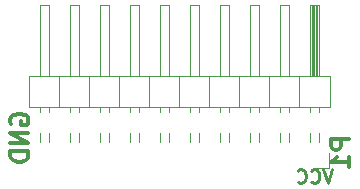
<source format=gbr>
G04 #@! TF.FileFunction,Legend,Bot*
%FSLAX46Y46*%
G04 Gerber Fmt 4.6, Leading zero omitted, Abs format (unit mm)*
G04 Created by KiCad (PCBNEW (after 2015-mar-04 BZR unknown)-product) date 5/3/2017 11:29:08 AM*
%MOMM*%
G01*
G04 APERTURE LIST*
%ADD10C,0.150000*%
%ADD11C,0.285750*%
%ADD12C,0.304800*%
%ADD13C,0.120000*%
G04 APERTURE END LIST*
D10*
D11*
X56642000Y-17408071D02*
X56261000Y-18551071D01*
X55880000Y-17408071D01*
X54845857Y-18442214D02*
X54900286Y-18496643D01*
X55063572Y-18551071D01*
X55172429Y-18551071D01*
X55335714Y-18496643D01*
X55444572Y-18387786D01*
X55499000Y-18278929D01*
X55553429Y-18061214D01*
X55553429Y-17897929D01*
X55499000Y-17680214D01*
X55444572Y-17571357D01*
X55335714Y-17462500D01*
X55172429Y-17408071D01*
X55063572Y-17408071D01*
X54900286Y-17462500D01*
X54845857Y-17516929D01*
X53702857Y-18442214D02*
X53757286Y-18496643D01*
X53920572Y-18551071D01*
X54029429Y-18551071D01*
X54192714Y-18496643D01*
X54301572Y-18387786D01*
X54356000Y-18278929D01*
X54410429Y-18061214D01*
X54410429Y-17897929D01*
X54356000Y-17680214D01*
X54301572Y-17571357D01*
X54192714Y-17462500D01*
X54029429Y-17408071D01*
X53920572Y-17408071D01*
X53757286Y-17462500D01*
X53702857Y-17516929D01*
D12*
X29464000Y-13570858D02*
X29391429Y-13425715D01*
X29391429Y-13208001D01*
X29464000Y-12990286D01*
X29609143Y-12845144D01*
X29754286Y-12772572D01*
X30044571Y-12700001D01*
X30262286Y-12700001D01*
X30552571Y-12772572D01*
X30697714Y-12845144D01*
X30842857Y-12990286D01*
X30915429Y-13208001D01*
X30915429Y-13353144D01*
X30842857Y-13570858D01*
X30770286Y-13643429D01*
X30262286Y-13643429D01*
X30262286Y-13353144D01*
X30915429Y-14296572D02*
X29391429Y-14296572D01*
X30915429Y-15167429D01*
X29391429Y-15167429D01*
X30915429Y-15893143D02*
X29391429Y-15893143D01*
X29391429Y-16256000D01*
X29464000Y-16473715D01*
X29609143Y-16618857D01*
X29754286Y-16691429D01*
X30044571Y-16764000D01*
X30262286Y-16764000D01*
X30552571Y-16691429D01*
X30697714Y-16618857D01*
X30842857Y-16473715D01*
X30915429Y-16256000D01*
X30915429Y-15893143D01*
D13*
X56448000Y-12122000D02*
X53848000Y-12122000D01*
X53848000Y-12122000D02*
X53848000Y-9502000D01*
X53848000Y-9502000D02*
X56448000Y-9502000D01*
X56448000Y-9502000D02*
X56448000Y-12122000D01*
X55498000Y-9502000D02*
X54738000Y-9502000D01*
X54738000Y-9502000D02*
X54738000Y-3502000D01*
X54738000Y-3502000D02*
X55498000Y-3502000D01*
X55498000Y-3502000D02*
X55498000Y-9502000D01*
X55498000Y-12552000D02*
X55498000Y-12122000D01*
X54738000Y-12552000D02*
X54738000Y-12122000D01*
X55498000Y-15092000D02*
X55498000Y-14372000D01*
X54738000Y-15092000D02*
X54738000Y-14372000D01*
X55378000Y-9502000D02*
X55378000Y-3502000D01*
X55258000Y-9502000D02*
X55258000Y-3502000D01*
X55138000Y-9502000D02*
X55138000Y-3502000D01*
X55018000Y-9502000D02*
X55018000Y-3502000D01*
X54898000Y-9502000D02*
X54898000Y-3502000D01*
X54778000Y-9502000D02*
X54778000Y-3502000D01*
X53848000Y-12122000D02*
X51308000Y-12122000D01*
X51308000Y-12122000D02*
X51308000Y-9502000D01*
X51308000Y-9502000D02*
X53848000Y-9502000D01*
X53848000Y-9502000D02*
X53848000Y-12122000D01*
X52958000Y-9502000D02*
X52198000Y-9502000D01*
X52198000Y-9502000D02*
X52198000Y-3502000D01*
X52198000Y-3502000D02*
X52958000Y-3502000D01*
X52958000Y-3502000D02*
X52958000Y-9502000D01*
X52958000Y-12552000D02*
X52958000Y-12122000D01*
X52198000Y-12552000D02*
X52198000Y-12122000D01*
X52958000Y-15092000D02*
X52958000Y-14372000D01*
X52198000Y-15092000D02*
X52198000Y-14372000D01*
X51308000Y-12122000D02*
X48768000Y-12122000D01*
X48768000Y-12122000D02*
X48768000Y-9502000D01*
X48768000Y-9502000D02*
X51308000Y-9502000D01*
X51308000Y-9502000D02*
X51308000Y-12122000D01*
X50418000Y-9502000D02*
X49658000Y-9502000D01*
X49658000Y-9502000D02*
X49658000Y-3502000D01*
X49658000Y-3502000D02*
X50418000Y-3502000D01*
X50418000Y-3502000D02*
X50418000Y-9502000D01*
X50418000Y-12552000D02*
X50418000Y-12122000D01*
X49658000Y-12552000D02*
X49658000Y-12122000D01*
X50418000Y-15092000D02*
X50418000Y-14372000D01*
X49658000Y-15092000D02*
X49658000Y-14372000D01*
X48768000Y-12122000D02*
X46228000Y-12122000D01*
X46228000Y-12122000D02*
X46228000Y-9502000D01*
X46228000Y-9502000D02*
X48768000Y-9502000D01*
X48768000Y-9502000D02*
X48768000Y-12122000D01*
X47878000Y-9502000D02*
X47118000Y-9502000D01*
X47118000Y-9502000D02*
X47118000Y-3502000D01*
X47118000Y-3502000D02*
X47878000Y-3502000D01*
X47878000Y-3502000D02*
X47878000Y-9502000D01*
X47878000Y-12552000D02*
X47878000Y-12122000D01*
X47118000Y-12552000D02*
X47118000Y-12122000D01*
X47878000Y-15092000D02*
X47878000Y-14372000D01*
X47118000Y-15092000D02*
X47118000Y-14372000D01*
X46228000Y-12122000D02*
X43688000Y-12122000D01*
X43688000Y-12122000D02*
X43688000Y-9502000D01*
X43688000Y-9502000D02*
X46228000Y-9502000D01*
X46228000Y-9502000D02*
X46228000Y-12122000D01*
X45338000Y-9502000D02*
X44578000Y-9502000D01*
X44578000Y-9502000D02*
X44578000Y-3502000D01*
X44578000Y-3502000D02*
X45338000Y-3502000D01*
X45338000Y-3502000D02*
X45338000Y-9502000D01*
X45338000Y-12552000D02*
X45338000Y-12122000D01*
X44578000Y-12552000D02*
X44578000Y-12122000D01*
X45338000Y-15092000D02*
X45338000Y-14372000D01*
X44578000Y-15092000D02*
X44578000Y-14372000D01*
X43688000Y-12122000D02*
X41148000Y-12122000D01*
X41148000Y-12122000D02*
X41148000Y-9502000D01*
X41148000Y-9502000D02*
X43688000Y-9502000D01*
X43688000Y-9502000D02*
X43688000Y-12122000D01*
X42798000Y-9502000D02*
X42038000Y-9502000D01*
X42038000Y-9502000D02*
X42038000Y-3502000D01*
X42038000Y-3502000D02*
X42798000Y-3502000D01*
X42798000Y-3502000D02*
X42798000Y-9502000D01*
X42798000Y-12552000D02*
X42798000Y-12122000D01*
X42038000Y-12552000D02*
X42038000Y-12122000D01*
X42798000Y-15092000D02*
X42798000Y-14372000D01*
X42038000Y-15092000D02*
X42038000Y-14372000D01*
X41148000Y-12122000D02*
X38608000Y-12122000D01*
X38608000Y-12122000D02*
X38608000Y-9502000D01*
X38608000Y-9502000D02*
X41148000Y-9502000D01*
X41148000Y-9502000D02*
X41148000Y-12122000D01*
X40258000Y-9502000D02*
X39498000Y-9502000D01*
X39498000Y-9502000D02*
X39498000Y-3502000D01*
X39498000Y-3502000D02*
X40258000Y-3502000D01*
X40258000Y-3502000D02*
X40258000Y-9502000D01*
X40258000Y-12552000D02*
X40258000Y-12122000D01*
X39498000Y-12552000D02*
X39498000Y-12122000D01*
X40258000Y-15092000D02*
X40258000Y-14372000D01*
X39498000Y-15092000D02*
X39498000Y-14372000D01*
X38608000Y-12122000D02*
X36068000Y-12122000D01*
X36068000Y-12122000D02*
X36068000Y-9502000D01*
X36068000Y-9502000D02*
X38608000Y-9502000D01*
X38608000Y-9502000D02*
X38608000Y-12122000D01*
X37718000Y-9502000D02*
X36958000Y-9502000D01*
X36958000Y-9502000D02*
X36958000Y-3502000D01*
X36958000Y-3502000D02*
X37718000Y-3502000D01*
X37718000Y-3502000D02*
X37718000Y-9502000D01*
X37718000Y-12552000D02*
X37718000Y-12122000D01*
X36958000Y-12552000D02*
X36958000Y-12122000D01*
X37718000Y-15092000D02*
X37718000Y-14372000D01*
X36958000Y-15092000D02*
X36958000Y-14372000D01*
X36068000Y-12122000D02*
X33528000Y-12122000D01*
X33528000Y-12122000D02*
X33528000Y-9502000D01*
X33528000Y-9502000D02*
X36068000Y-9502000D01*
X36068000Y-9502000D02*
X36068000Y-12122000D01*
X35178000Y-9502000D02*
X34418000Y-9502000D01*
X34418000Y-9502000D02*
X34418000Y-3502000D01*
X34418000Y-3502000D02*
X35178000Y-3502000D01*
X35178000Y-3502000D02*
X35178000Y-9502000D01*
X35178000Y-12552000D02*
X35178000Y-12122000D01*
X34418000Y-12552000D02*
X34418000Y-12122000D01*
X35178000Y-15092000D02*
X35178000Y-14372000D01*
X34418000Y-15092000D02*
X34418000Y-14372000D01*
X33528000Y-12122000D02*
X30928000Y-12122000D01*
X30928000Y-12122000D02*
X30928000Y-9502000D01*
X30928000Y-9502000D02*
X33528000Y-9502000D01*
X33528000Y-9502000D02*
X33528000Y-12122000D01*
X32638000Y-9502000D02*
X31878000Y-9502000D01*
X31878000Y-9502000D02*
X31878000Y-3502000D01*
X31878000Y-3502000D02*
X32638000Y-3502000D01*
X32638000Y-3502000D02*
X32638000Y-9502000D01*
X32638000Y-12552000D02*
X32638000Y-12122000D01*
X31878000Y-12552000D02*
X31878000Y-12122000D01*
X32638000Y-15092000D02*
X32638000Y-14372000D01*
X31878000Y-15092000D02*
X31878000Y-14372000D01*
X55118000Y-17272000D02*
X56388000Y-17272000D01*
X56388000Y-17272000D02*
X56388000Y-16002000D01*
D12*
X58093429Y-14877143D02*
X56569429Y-14877143D01*
X56569429Y-15457715D01*
X56642000Y-15602857D01*
X56714571Y-15675429D01*
X56859714Y-15748000D01*
X57077429Y-15748000D01*
X57222571Y-15675429D01*
X57295143Y-15602857D01*
X57367714Y-15457715D01*
X57367714Y-14877143D01*
X58093429Y-17199429D02*
X58093429Y-16328572D01*
X58093429Y-16764000D02*
X56569429Y-16764000D01*
X56787143Y-16618857D01*
X56932286Y-16473715D01*
X57004857Y-16328572D01*
M02*

</source>
